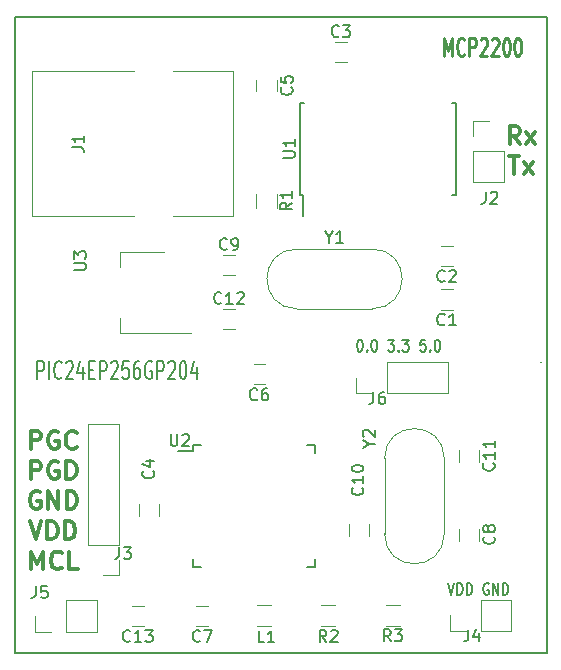
<source format=gto>
G04 #@! TF.FileFunction,Legend,Top*
%FSLAX46Y46*%
G04 Gerber Fmt 4.6, Leading zero omitted, Abs format (unit mm)*
G04 Created by KiCad (PCBNEW 4.0.7-e1-6374~58~ubuntu14.04.1) date Sat Jan 27 06:03:06 2018*
%MOMM*%
%LPD*%
G01*
G04 APERTURE LIST*
%ADD10C,0.100000*%
%ADD11C,0.200000*%
%ADD12C,0.250000*%
%ADD13C,0.300000*%
%ADD14C,0.150000*%
%ADD15C,0.120000*%
G04 APERTURE END LIST*
D10*
D11*
X146299524Y-120772381D02*
X146566191Y-121772381D01*
X146832858Y-120772381D01*
X147099524Y-121772381D02*
X147099524Y-120772381D01*
X147290000Y-120772381D01*
X147404286Y-120820000D01*
X147480477Y-120915238D01*
X147518572Y-121010476D01*
X147556667Y-121200952D01*
X147556667Y-121343810D01*
X147518572Y-121534286D01*
X147480477Y-121629524D01*
X147404286Y-121724762D01*
X147290000Y-121772381D01*
X147099524Y-121772381D01*
X147899524Y-121772381D02*
X147899524Y-120772381D01*
X148090000Y-120772381D01*
X148204286Y-120820000D01*
X148280477Y-120915238D01*
X148318572Y-121010476D01*
X148356667Y-121200952D01*
X148356667Y-121343810D01*
X148318572Y-121534286D01*
X148280477Y-121629524D01*
X148204286Y-121724762D01*
X148090000Y-121772381D01*
X147899524Y-121772381D01*
X149728096Y-120820000D02*
X149651905Y-120772381D01*
X149537620Y-120772381D01*
X149423334Y-120820000D01*
X149347143Y-120915238D01*
X149309048Y-121010476D01*
X149270953Y-121200952D01*
X149270953Y-121343810D01*
X149309048Y-121534286D01*
X149347143Y-121629524D01*
X149423334Y-121724762D01*
X149537620Y-121772381D01*
X149613810Y-121772381D01*
X149728096Y-121724762D01*
X149766191Y-121677143D01*
X149766191Y-121343810D01*
X149613810Y-121343810D01*
X150109048Y-121772381D02*
X150109048Y-120772381D01*
X150566191Y-121772381D01*
X150566191Y-120772381D01*
X150947143Y-121772381D02*
X150947143Y-120772381D01*
X151137619Y-120772381D01*
X151251905Y-120820000D01*
X151328096Y-120915238D01*
X151366191Y-121010476D01*
X151404286Y-121200952D01*
X151404286Y-121343810D01*
X151366191Y-121534286D01*
X151328096Y-121629524D01*
X151251905Y-121724762D01*
X151137619Y-121772381D01*
X150947143Y-121772381D01*
X138800952Y-100182381D02*
X138881904Y-100182381D01*
X138962856Y-100230000D01*
X139003333Y-100277619D01*
X139043809Y-100372857D01*
X139084285Y-100563333D01*
X139084285Y-100801429D01*
X139043809Y-100991905D01*
X139003333Y-101087143D01*
X138962856Y-101134762D01*
X138881904Y-101182381D01*
X138800952Y-101182381D01*
X138719999Y-101134762D01*
X138679523Y-101087143D01*
X138639047Y-100991905D01*
X138598571Y-100801429D01*
X138598571Y-100563333D01*
X138639047Y-100372857D01*
X138679523Y-100277619D01*
X138719999Y-100230000D01*
X138800952Y-100182381D01*
X139448571Y-101087143D02*
X139489047Y-101134762D01*
X139448571Y-101182381D01*
X139408095Y-101134762D01*
X139448571Y-101087143D01*
X139448571Y-101182381D01*
X140015238Y-100182381D02*
X140096190Y-100182381D01*
X140177142Y-100230000D01*
X140217619Y-100277619D01*
X140258095Y-100372857D01*
X140298571Y-100563333D01*
X140298571Y-100801429D01*
X140258095Y-100991905D01*
X140217619Y-101087143D01*
X140177142Y-101134762D01*
X140096190Y-101182381D01*
X140015238Y-101182381D01*
X139934285Y-101134762D01*
X139893809Y-101087143D01*
X139853333Y-100991905D01*
X139812857Y-100801429D01*
X139812857Y-100563333D01*
X139853333Y-100372857D01*
X139893809Y-100277619D01*
X139934285Y-100230000D01*
X140015238Y-100182381D01*
X141229524Y-100182381D02*
X141755714Y-100182381D01*
X141472381Y-100563333D01*
X141593809Y-100563333D01*
X141674762Y-100610952D01*
X141715238Y-100658571D01*
X141755714Y-100753810D01*
X141755714Y-100991905D01*
X141715238Y-101087143D01*
X141674762Y-101134762D01*
X141593809Y-101182381D01*
X141350952Y-101182381D01*
X141270000Y-101134762D01*
X141229524Y-101087143D01*
X142120000Y-101087143D02*
X142160476Y-101134762D01*
X142120000Y-101182381D01*
X142079524Y-101134762D01*
X142120000Y-101087143D01*
X142120000Y-101182381D01*
X142443810Y-100182381D02*
X142970000Y-100182381D01*
X142686667Y-100563333D01*
X142808095Y-100563333D01*
X142889048Y-100610952D01*
X142929524Y-100658571D01*
X142970000Y-100753810D01*
X142970000Y-100991905D01*
X142929524Y-101087143D01*
X142889048Y-101134762D01*
X142808095Y-101182381D01*
X142565238Y-101182381D01*
X142484286Y-101134762D01*
X142443810Y-101087143D01*
X144386667Y-100182381D02*
X143981905Y-100182381D01*
X143941429Y-100658571D01*
X143981905Y-100610952D01*
X144062857Y-100563333D01*
X144265238Y-100563333D01*
X144346191Y-100610952D01*
X144386667Y-100658571D01*
X144427143Y-100753810D01*
X144427143Y-100991905D01*
X144386667Y-101087143D01*
X144346191Y-101134762D01*
X144265238Y-101182381D01*
X144062857Y-101182381D01*
X143981905Y-101134762D01*
X143941429Y-101087143D01*
X144791429Y-101087143D02*
X144831905Y-101134762D01*
X144791429Y-101182381D01*
X144750953Y-101134762D01*
X144791429Y-101087143D01*
X144791429Y-101182381D01*
X145358096Y-100182381D02*
X145439048Y-100182381D01*
X145520000Y-100230000D01*
X145560477Y-100277619D01*
X145600953Y-100372857D01*
X145641429Y-100563333D01*
X145641429Y-100801429D01*
X145600953Y-100991905D01*
X145560477Y-101087143D01*
X145520000Y-101134762D01*
X145439048Y-101182381D01*
X145358096Y-101182381D01*
X145277143Y-101134762D01*
X145236667Y-101087143D01*
X145196191Y-100991905D01*
X145155715Y-100801429D01*
X145155715Y-100563333D01*
X145196191Y-100372857D01*
X145236667Y-100277619D01*
X145277143Y-100230000D01*
X145358096Y-100182381D01*
X154690000Y-101520000D02*
X154690000Y-101500000D01*
D12*
X145961905Y-76118571D02*
X145961905Y-74618571D01*
X146295239Y-75690000D01*
X146628572Y-74618571D01*
X146628572Y-76118571D01*
X147676191Y-75975714D02*
X147628572Y-76047143D01*
X147485715Y-76118571D01*
X147390477Y-76118571D01*
X147247619Y-76047143D01*
X147152381Y-75904286D01*
X147104762Y-75761429D01*
X147057143Y-75475714D01*
X147057143Y-75261429D01*
X147104762Y-74975714D01*
X147152381Y-74832857D01*
X147247619Y-74690000D01*
X147390477Y-74618571D01*
X147485715Y-74618571D01*
X147628572Y-74690000D01*
X147676191Y-74761429D01*
X148104762Y-76118571D02*
X148104762Y-74618571D01*
X148485715Y-74618571D01*
X148580953Y-74690000D01*
X148628572Y-74761429D01*
X148676191Y-74904286D01*
X148676191Y-75118571D01*
X148628572Y-75261429D01*
X148580953Y-75332857D01*
X148485715Y-75404286D01*
X148104762Y-75404286D01*
X149057143Y-74761429D02*
X149104762Y-74690000D01*
X149200000Y-74618571D01*
X149438096Y-74618571D01*
X149533334Y-74690000D01*
X149580953Y-74761429D01*
X149628572Y-74904286D01*
X149628572Y-75047143D01*
X149580953Y-75261429D01*
X149009524Y-76118571D01*
X149628572Y-76118571D01*
X150009524Y-74761429D02*
X150057143Y-74690000D01*
X150152381Y-74618571D01*
X150390477Y-74618571D01*
X150485715Y-74690000D01*
X150533334Y-74761429D01*
X150580953Y-74904286D01*
X150580953Y-75047143D01*
X150533334Y-75261429D01*
X149961905Y-76118571D01*
X150580953Y-76118571D01*
X151200000Y-74618571D02*
X151295239Y-74618571D01*
X151390477Y-74690000D01*
X151438096Y-74761429D01*
X151485715Y-74904286D01*
X151533334Y-75190000D01*
X151533334Y-75547143D01*
X151485715Y-75832857D01*
X151438096Y-75975714D01*
X151390477Y-76047143D01*
X151295239Y-76118571D01*
X151200000Y-76118571D01*
X151104762Y-76047143D01*
X151057143Y-75975714D01*
X151009524Y-75832857D01*
X150961905Y-75547143D01*
X150961905Y-75190000D01*
X151009524Y-74904286D01*
X151057143Y-74761429D01*
X151104762Y-74690000D01*
X151200000Y-74618571D01*
X152152381Y-74618571D02*
X152247620Y-74618571D01*
X152342858Y-74690000D01*
X152390477Y-74761429D01*
X152438096Y-74904286D01*
X152485715Y-75190000D01*
X152485715Y-75547143D01*
X152438096Y-75832857D01*
X152390477Y-75975714D01*
X152342858Y-76047143D01*
X152247620Y-76118571D01*
X152152381Y-76118571D01*
X152057143Y-76047143D01*
X152009524Y-75975714D01*
X151961905Y-75832857D01*
X151914286Y-75547143D01*
X151914286Y-75190000D01*
X151961905Y-74904286D01*
X152009524Y-74761429D01*
X152057143Y-74690000D01*
X152152381Y-74618571D01*
D11*
X111538095Y-103508571D02*
X111538095Y-102008571D01*
X111919048Y-102008571D01*
X112014286Y-102080000D01*
X112061905Y-102151429D01*
X112109524Y-102294286D01*
X112109524Y-102508571D01*
X112061905Y-102651429D01*
X112014286Y-102722857D01*
X111919048Y-102794286D01*
X111538095Y-102794286D01*
X112538095Y-103508571D02*
X112538095Y-102008571D01*
X113585714Y-103365714D02*
X113538095Y-103437143D01*
X113395238Y-103508571D01*
X113300000Y-103508571D01*
X113157142Y-103437143D01*
X113061904Y-103294286D01*
X113014285Y-103151429D01*
X112966666Y-102865714D01*
X112966666Y-102651429D01*
X113014285Y-102365714D01*
X113061904Y-102222857D01*
X113157142Y-102080000D01*
X113300000Y-102008571D01*
X113395238Y-102008571D01*
X113538095Y-102080000D01*
X113585714Y-102151429D01*
X113966666Y-102151429D02*
X114014285Y-102080000D01*
X114109523Y-102008571D01*
X114347619Y-102008571D01*
X114442857Y-102080000D01*
X114490476Y-102151429D01*
X114538095Y-102294286D01*
X114538095Y-102437143D01*
X114490476Y-102651429D01*
X113919047Y-103508571D01*
X114538095Y-103508571D01*
X115395238Y-102508571D02*
X115395238Y-103508571D01*
X115157142Y-101937143D02*
X114919047Y-103008571D01*
X115538095Y-103008571D01*
X115919047Y-102722857D02*
X116252381Y-102722857D01*
X116395238Y-103508571D02*
X115919047Y-103508571D01*
X115919047Y-102008571D01*
X116395238Y-102008571D01*
X116823809Y-103508571D02*
X116823809Y-102008571D01*
X117204762Y-102008571D01*
X117300000Y-102080000D01*
X117347619Y-102151429D01*
X117395238Y-102294286D01*
X117395238Y-102508571D01*
X117347619Y-102651429D01*
X117300000Y-102722857D01*
X117204762Y-102794286D01*
X116823809Y-102794286D01*
X117776190Y-102151429D02*
X117823809Y-102080000D01*
X117919047Y-102008571D01*
X118157143Y-102008571D01*
X118252381Y-102080000D01*
X118300000Y-102151429D01*
X118347619Y-102294286D01*
X118347619Y-102437143D01*
X118300000Y-102651429D01*
X117728571Y-103508571D01*
X118347619Y-103508571D01*
X119252381Y-102008571D02*
X118776190Y-102008571D01*
X118728571Y-102722857D01*
X118776190Y-102651429D01*
X118871428Y-102580000D01*
X119109524Y-102580000D01*
X119204762Y-102651429D01*
X119252381Y-102722857D01*
X119300000Y-102865714D01*
X119300000Y-103222857D01*
X119252381Y-103365714D01*
X119204762Y-103437143D01*
X119109524Y-103508571D01*
X118871428Y-103508571D01*
X118776190Y-103437143D01*
X118728571Y-103365714D01*
X120157143Y-102008571D02*
X119966666Y-102008571D01*
X119871428Y-102080000D01*
X119823809Y-102151429D01*
X119728571Y-102365714D01*
X119680952Y-102651429D01*
X119680952Y-103222857D01*
X119728571Y-103365714D01*
X119776190Y-103437143D01*
X119871428Y-103508571D01*
X120061905Y-103508571D01*
X120157143Y-103437143D01*
X120204762Y-103365714D01*
X120252381Y-103222857D01*
X120252381Y-102865714D01*
X120204762Y-102722857D01*
X120157143Y-102651429D01*
X120061905Y-102580000D01*
X119871428Y-102580000D01*
X119776190Y-102651429D01*
X119728571Y-102722857D01*
X119680952Y-102865714D01*
X121204762Y-102080000D02*
X121109524Y-102008571D01*
X120966667Y-102008571D01*
X120823809Y-102080000D01*
X120728571Y-102222857D01*
X120680952Y-102365714D01*
X120633333Y-102651429D01*
X120633333Y-102865714D01*
X120680952Y-103151429D01*
X120728571Y-103294286D01*
X120823809Y-103437143D01*
X120966667Y-103508571D01*
X121061905Y-103508571D01*
X121204762Y-103437143D01*
X121252381Y-103365714D01*
X121252381Y-102865714D01*
X121061905Y-102865714D01*
X121680952Y-103508571D02*
X121680952Y-102008571D01*
X122061905Y-102008571D01*
X122157143Y-102080000D01*
X122204762Y-102151429D01*
X122252381Y-102294286D01*
X122252381Y-102508571D01*
X122204762Y-102651429D01*
X122157143Y-102722857D01*
X122061905Y-102794286D01*
X121680952Y-102794286D01*
X122633333Y-102151429D02*
X122680952Y-102080000D01*
X122776190Y-102008571D01*
X123014286Y-102008571D01*
X123109524Y-102080000D01*
X123157143Y-102151429D01*
X123204762Y-102294286D01*
X123204762Y-102437143D01*
X123157143Y-102651429D01*
X122585714Y-103508571D01*
X123204762Y-103508571D01*
X123823809Y-102008571D02*
X123919048Y-102008571D01*
X124014286Y-102080000D01*
X124061905Y-102151429D01*
X124109524Y-102294286D01*
X124157143Y-102580000D01*
X124157143Y-102937143D01*
X124109524Y-103222857D01*
X124061905Y-103365714D01*
X124014286Y-103437143D01*
X123919048Y-103508571D01*
X123823809Y-103508571D01*
X123728571Y-103437143D01*
X123680952Y-103365714D01*
X123633333Y-103222857D01*
X123585714Y-102937143D01*
X123585714Y-102580000D01*
X123633333Y-102294286D01*
X123680952Y-102151429D01*
X123728571Y-102080000D01*
X123823809Y-102008571D01*
X125014286Y-102508571D02*
X125014286Y-103508571D01*
X124776190Y-101937143D02*
X124538095Y-103008571D01*
X125157143Y-103008571D01*
D13*
X152377143Y-83613571D02*
X151877143Y-82899286D01*
X151520000Y-83613571D02*
X151520000Y-82113571D01*
X152091428Y-82113571D01*
X152234286Y-82185000D01*
X152305714Y-82256429D01*
X152377143Y-82399286D01*
X152377143Y-82613571D01*
X152305714Y-82756429D01*
X152234286Y-82827857D01*
X152091428Y-82899286D01*
X151520000Y-82899286D01*
X152877143Y-83613571D02*
X153662857Y-82613571D01*
X152877143Y-82613571D02*
X153662857Y-83613571D01*
X151484286Y-84663571D02*
X152341429Y-84663571D01*
X151912858Y-86163571D02*
X151912858Y-84663571D01*
X152698572Y-86163571D02*
X153484286Y-85163571D01*
X152698572Y-85163571D02*
X153484286Y-86163571D01*
X110987143Y-109408571D02*
X110987143Y-107908571D01*
X111558571Y-107908571D01*
X111701429Y-107980000D01*
X111772857Y-108051429D01*
X111844286Y-108194286D01*
X111844286Y-108408571D01*
X111772857Y-108551429D01*
X111701429Y-108622857D01*
X111558571Y-108694286D01*
X110987143Y-108694286D01*
X113272857Y-107980000D02*
X113130000Y-107908571D01*
X112915714Y-107908571D01*
X112701429Y-107980000D01*
X112558571Y-108122857D01*
X112487143Y-108265714D01*
X112415714Y-108551429D01*
X112415714Y-108765714D01*
X112487143Y-109051429D01*
X112558571Y-109194286D01*
X112701429Y-109337143D01*
X112915714Y-109408571D01*
X113058571Y-109408571D01*
X113272857Y-109337143D01*
X113344286Y-109265714D01*
X113344286Y-108765714D01*
X113058571Y-108765714D01*
X114844286Y-109265714D02*
X114772857Y-109337143D01*
X114558571Y-109408571D01*
X114415714Y-109408571D01*
X114201429Y-109337143D01*
X114058571Y-109194286D01*
X113987143Y-109051429D01*
X113915714Y-108765714D01*
X113915714Y-108551429D01*
X113987143Y-108265714D01*
X114058571Y-108122857D01*
X114201429Y-107980000D01*
X114415714Y-107908571D01*
X114558571Y-107908571D01*
X114772857Y-107980000D01*
X114844286Y-108051429D01*
X110987143Y-111958571D02*
X110987143Y-110458571D01*
X111558571Y-110458571D01*
X111701429Y-110530000D01*
X111772857Y-110601429D01*
X111844286Y-110744286D01*
X111844286Y-110958571D01*
X111772857Y-111101429D01*
X111701429Y-111172857D01*
X111558571Y-111244286D01*
X110987143Y-111244286D01*
X113272857Y-110530000D02*
X113130000Y-110458571D01*
X112915714Y-110458571D01*
X112701429Y-110530000D01*
X112558571Y-110672857D01*
X112487143Y-110815714D01*
X112415714Y-111101429D01*
X112415714Y-111315714D01*
X112487143Y-111601429D01*
X112558571Y-111744286D01*
X112701429Y-111887143D01*
X112915714Y-111958571D01*
X113058571Y-111958571D01*
X113272857Y-111887143D01*
X113344286Y-111815714D01*
X113344286Y-111315714D01*
X113058571Y-111315714D01*
X113987143Y-111958571D02*
X113987143Y-110458571D01*
X114344286Y-110458571D01*
X114558571Y-110530000D01*
X114701429Y-110672857D01*
X114772857Y-110815714D01*
X114844286Y-111101429D01*
X114844286Y-111315714D01*
X114772857Y-111601429D01*
X114701429Y-111744286D01*
X114558571Y-111887143D01*
X114344286Y-111958571D01*
X113987143Y-111958571D01*
X111737143Y-113080000D02*
X111594286Y-113008571D01*
X111380000Y-113008571D01*
X111165715Y-113080000D01*
X111022857Y-113222857D01*
X110951429Y-113365714D01*
X110880000Y-113651429D01*
X110880000Y-113865714D01*
X110951429Y-114151429D01*
X111022857Y-114294286D01*
X111165715Y-114437143D01*
X111380000Y-114508571D01*
X111522857Y-114508571D01*
X111737143Y-114437143D01*
X111808572Y-114365714D01*
X111808572Y-113865714D01*
X111522857Y-113865714D01*
X112451429Y-114508571D02*
X112451429Y-113008571D01*
X113308572Y-114508571D01*
X113308572Y-113008571D01*
X114022858Y-114508571D02*
X114022858Y-113008571D01*
X114380001Y-113008571D01*
X114594286Y-113080000D01*
X114737144Y-113222857D01*
X114808572Y-113365714D01*
X114880001Y-113651429D01*
X114880001Y-113865714D01*
X114808572Y-114151429D01*
X114737144Y-114294286D01*
X114594286Y-114437143D01*
X114380001Y-114508571D01*
X114022858Y-114508571D01*
X110880000Y-115558571D02*
X111380000Y-117058571D01*
X111880000Y-115558571D01*
X112380000Y-117058571D02*
X112380000Y-115558571D01*
X112737143Y-115558571D01*
X112951428Y-115630000D01*
X113094286Y-115772857D01*
X113165714Y-115915714D01*
X113237143Y-116201429D01*
X113237143Y-116415714D01*
X113165714Y-116701429D01*
X113094286Y-116844286D01*
X112951428Y-116987143D01*
X112737143Y-117058571D01*
X112380000Y-117058571D01*
X113880000Y-117058571D02*
X113880000Y-115558571D01*
X114237143Y-115558571D01*
X114451428Y-115630000D01*
X114594286Y-115772857D01*
X114665714Y-115915714D01*
X114737143Y-116201429D01*
X114737143Y-116415714D01*
X114665714Y-116701429D01*
X114594286Y-116844286D01*
X114451428Y-116987143D01*
X114237143Y-117058571D01*
X113880000Y-117058571D01*
X111022857Y-119608571D02*
X111022857Y-118108571D01*
X111522857Y-119180000D01*
X112022857Y-118108571D01*
X112022857Y-119608571D01*
X113594286Y-119465714D02*
X113522857Y-119537143D01*
X113308571Y-119608571D01*
X113165714Y-119608571D01*
X112951429Y-119537143D01*
X112808571Y-119394286D01*
X112737143Y-119251429D01*
X112665714Y-118965714D01*
X112665714Y-118751429D01*
X112737143Y-118465714D01*
X112808571Y-118322857D01*
X112951429Y-118180000D01*
X113165714Y-118108571D01*
X113308571Y-118108571D01*
X113522857Y-118180000D01*
X113594286Y-118251429D01*
X114951429Y-119608571D02*
X114237143Y-119608571D01*
X114237143Y-118108571D01*
D11*
X109630000Y-126690000D02*
X109630000Y-126670000D01*
X154690000Y-126690000D02*
X109630000Y-126690000D01*
X154690000Y-126660000D02*
X154690000Y-126690000D01*
X154690000Y-102090000D02*
X154690000Y-126660000D01*
X154180000Y-102090000D02*
X154210000Y-102090000D01*
X109620000Y-102090000D02*
X109620000Y-126680000D01*
X154690000Y-74420000D02*
X154680000Y-74420000D01*
X154690000Y-72890000D02*
X154690000Y-74420000D01*
X109610000Y-72890000D02*
X154690000Y-72890000D01*
X154690000Y-102110000D02*
X154690000Y-74420000D01*
X109600000Y-72900000D02*
X109600000Y-102110000D01*
D14*
X133795000Y-87885000D02*
X134045000Y-87885000D01*
X133795000Y-80135000D02*
X134130000Y-80135000D01*
X146945000Y-80135000D02*
X146610000Y-80135000D01*
X146945000Y-87885000D02*
X146610000Y-87885000D01*
X133795000Y-87885000D02*
X133795000Y-80135000D01*
X146945000Y-87885000D02*
X146945000Y-80135000D01*
X134045000Y-87885000D02*
X134045000Y-89685000D01*
D15*
X145680000Y-97620000D02*
X146680000Y-97620000D01*
X146680000Y-95920000D02*
X145680000Y-95920000D01*
X145680000Y-93940000D02*
X146680000Y-93940000D01*
X146680000Y-92240000D02*
X145680000Y-92240000D01*
X137720000Y-75000000D02*
X136720000Y-75000000D01*
X136720000Y-76700000D02*
X137720000Y-76700000D01*
X120120000Y-114070000D02*
X120120000Y-115070000D01*
X121820000Y-115070000D02*
X121820000Y-114070000D01*
X131780000Y-79150000D02*
X131780000Y-78150000D01*
X130080000Y-78150000D02*
X130080000Y-79150000D01*
X129840000Y-103920000D02*
X130840000Y-103920000D01*
X130840000Y-102220000D02*
X129840000Y-102220000D01*
X124960000Y-124410000D02*
X125960000Y-124410000D01*
X125960000Y-122710000D02*
X124960000Y-122710000D01*
X147190000Y-116240000D02*
X147190000Y-117240000D01*
X148890000Y-117240000D02*
X148890000Y-116240000D01*
X128250000Y-93030000D02*
X127250000Y-93030000D01*
X127250000Y-94730000D02*
X128250000Y-94730000D01*
X139590000Y-116800000D02*
X139590000Y-115800000D01*
X137890000Y-115800000D02*
X137890000Y-116800000D01*
X148890000Y-110490000D02*
X148890000Y-109490000D01*
X147190000Y-109490000D02*
X147190000Y-110490000D01*
X119720000Y-77460000D02*
X111080000Y-77460000D01*
X128100000Y-77460000D02*
X123020000Y-77460000D01*
X119720000Y-89660000D02*
X111080000Y-89660000D01*
X128100000Y-89660000D02*
X123020000Y-89660000D01*
X111080000Y-89660000D02*
X111080000Y-77460000D01*
X128100000Y-77460000D02*
X128100000Y-89660000D01*
X148400000Y-86820000D02*
X151060000Y-86820000D01*
X148400000Y-84220000D02*
X148400000Y-86820000D01*
X151060000Y-84220000D02*
X151060000Y-86820000D01*
X148400000Y-84220000D02*
X151060000Y-84220000D01*
X148400000Y-82950000D02*
X148400000Y-81620000D01*
X148400000Y-81620000D02*
X149730000Y-81620000D01*
X118450000Y-107310000D02*
X115790000Y-107310000D01*
X118450000Y-117530000D02*
X118450000Y-107310000D01*
X115790000Y-117530000D02*
X115790000Y-107310000D01*
X118450000Y-117530000D02*
X115790000Y-117530000D01*
X118450000Y-118800000D02*
X118450000Y-120130000D01*
X118450000Y-120130000D02*
X117120000Y-120130000D01*
X151660000Y-124850000D02*
X151660000Y-122190000D01*
X149060000Y-124850000D02*
X151660000Y-124850000D01*
X149060000Y-122190000D02*
X151660000Y-122190000D01*
X149060000Y-124850000D02*
X149060000Y-122190000D01*
X147790000Y-124850000D02*
X146460000Y-124850000D01*
X146460000Y-124850000D02*
X146460000Y-123520000D01*
X131300000Y-124430000D02*
X130100000Y-124430000D01*
X130100000Y-122670000D02*
X131300000Y-122670000D01*
X130040000Y-89010000D02*
X130040000Y-87810000D01*
X131800000Y-87810000D02*
X131800000Y-89010000D01*
X135550000Y-122670000D02*
X136750000Y-122670000D01*
X136750000Y-124430000D02*
X135550000Y-124430000D01*
D14*
X124705000Y-109065000D02*
X124705000Y-109640000D01*
X135055000Y-109065000D02*
X135055000Y-109740000D01*
X135055000Y-119415000D02*
X135055000Y-118740000D01*
X124705000Y-119415000D02*
X124705000Y-118740000D01*
X124705000Y-109065000D02*
X125380000Y-109065000D01*
X124705000Y-119415000D02*
X125380000Y-119415000D01*
X135055000Y-119415000D02*
X134380000Y-119415000D01*
X135055000Y-109065000D02*
X134380000Y-109065000D01*
X124705000Y-109640000D02*
X123430000Y-109640000D01*
D15*
X133490000Y-92495000D02*
X139890000Y-92495000D01*
X133490000Y-97545000D02*
X139890000Y-97545000D01*
X133490000Y-97545000D02*
G75*
G02X133490000Y-92495000I0J2525000D01*
G01*
X139890000Y-97545000D02*
G75*
G03X139890000Y-92495000I0J2525000D01*
G01*
X140925000Y-116620000D02*
X140925000Y-110220000D01*
X145975000Y-116620000D02*
X145975000Y-110220000D01*
X145975000Y-116620000D02*
G75*
G02X140925000Y-116620000I-2525000J0D01*
G01*
X145975000Y-110220000D02*
G75*
G03X140925000Y-110220000I-2525000J0D01*
G01*
X128250000Y-97600000D02*
X127250000Y-97600000D01*
X127250000Y-99300000D02*
X128250000Y-99300000D01*
X118510000Y-92760000D02*
X118510000Y-94020000D01*
X118510000Y-99580000D02*
X118510000Y-98320000D01*
X122270000Y-92760000D02*
X118510000Y-92760000D01*
X124520000Y-99580000D02*
X118510000Y-99580000D01*
X120550000Y-122720000D02*
X119550000Y-122720000D01*
X119550000Y-124420000D02*
X120550000Y-124420000D01*
X116570000Y-124900000D02*
X116570000Y-122240000D01*
X113970000Y-124900000D02*
X116570000Y-124900000D01*
X113970000Y-122240000D02*
X116570000Y-122240000D01*
X113970000Y-124900000D02*
X113970000Y-122240000D01*
X112700000Y-124900000D02*
X111370000Y-124900000D01*
X111370000Y-124900000D02*
X111370000Y-123570000D01*
X141010000Y-122670000D02*
X142210000Y-122670000D01*
X142210000Y-124430000D02*
X141010000Y-124430000D01*
X146280000Y-104710000D02*
X146280000Y-102050000D01*
X141140000Y-104710000D02*
X146280000Y-104710000D01*
X141140000Y-102050000D02*
X146280000Y-102050000D01*
X141140000Y-104710000D02*
X141140000Y-102050000D01*
X139870000Y-104710000D02*
X138540000Y-104710000D01*
X138540000Y-104710000D02*
X138540000Y-103380000D01*
D14*
X132322381Y-84771905D02*
X133131905Y-84771905D01*
X133227143Y-84724286D01*
X133274762Y-84676667D01*
X133322381Y-84581429D01*
X133322381Y-84390952D01*
X133274762Y-84295714D01*
X133227143Y-84248095D01*
X133131905Y-84200476D01*
X132322381Y-84200476D01*
X133322381Y-83200476D02*
X133322381Y-83771905D01*
X133322381Y-83486191D02*
X132322381Y-83486191D01*
X132465238Y-83581429D01*
X132560476Y-83676667D01*
X132608095Y-83771905D01*
X146013334Y-98877143D02*
X145965715Y-98924762D01*
X145822858Y-98972381D01*
X145727620Y-98972381D01*
X145584762Y-98924762D01*
X145489524Y-98829524D01*
X145441905Y-98734286D01*
X145394286Y-98543810D01*
X145394286Y-98400952D01*
X145441905Y-98210476D01*
X145489524Y-98115238D01*
X145584762Y-98020000D01*
X145727620Y-97972381D01*
X145822858Y-97972381D01*
X145965715Y-98020000D01*
X146013334Y-98067619D01*
X146965715Y-98972381D02*
X146394286Y-98972381D01*
X146680000Y-98972381D02*
X146680000Y-97972381D01*
X146584762Y-98115238D01*
X146489524Y-98210476D01*
X146394286Y-98258095D01*
X146013334Y-95197143D02*
X145965715Y-95244762D01*
X145822858Y-95292381D01*
X145727620Y-95292381D01*
X145584762Y-95244762D01*
X145489524Y-95149524D01*
X145441905Y-95054286D01*
X145394286Y-94863810D01*
X145394286Y-94720952D01*
X145441905Y-94530476D01*
X145489524Y-94435238D01*
X145584762Y-94340000D01*
X145727620Y-94292381D01*
X145822858Y-94292381D01*
X145965715Y-94340000D01*
X146013334Y-94387619D01*
X146394286Y-94387619D02*
X146441905Y-94340000D01*
X146537143Y-94292381D01*
X146775239Y-94292381D01*
X146870477Y-94340000D01*
X146918096Y-94387619D01*
X146965715Y-94482857D01*
X146965715Y-94578095D01*
X146918096Y-94720952D01*
X146346667Y-95292381D01*
X146965715Y-95292381D01*
X137053334Y-74457143D02*
X137005715Y-74504762D01*
X136862858Y-74552381D01*
X136767620Y-74552381D01*
X136624762Y-74504762D01*
X136529524Y-74409524D01*
X136481905Y-74314286D01*
X136434286Y-74123810D01*
X136434286Y-73980952D01*
X136481905Y-73790476D01*
X136529524Y-73695238D01*
X136624762Y-73600000D01*
X136767620Y-73552381D01*
X136862858Y-73552381D01*
X137005715Y-73600000D01*
X137053334Y-73647619D01*
X137386667Y-73552381D02*
X138005715Y-73552381D01*
X137672381Y-73933333D01*
X137815239Y-73933333D01*
X137910477Y-73980952D01*
X137958096Y-74028571D01*
X138005715Y-74123810D01*
X138005715Y-74361905D01*
X137958096Y-74457143D01*
X137910477Y-74504762D01*
X137815239Y-74552381D01*
X137529524Y-74552381D01*
X137434286Y-74504762D01*
X137386667Y-74457143D01*
X121327143Y-111306666D02*
X121374762Y-111354285D01*
X121422381Y-111497142D01*
X121422381Y-111592380D01*
X121374762Y-111735238D01*
X121279524Y-111830476D01*
X121184286Y-111878095D01*
X120993810Y-111925714D01*
X120850952Y-111925714D01*
X120660476Y-111878095D01*
X120565238Y-111830476D01*
X120470000Y-111735238D01*
X120422381Y-111592380D01*
X120422381Y-111497142D01*
X120470000Y-111354285D01*
X120517619Y-111306666D01*
X120755714Y-110449523D02*
X121422381Y-110449523D01*
X120374762Y-110687619D02*
X121089048Y-110925714D01*
X121089048Y-110306666D01*
X133037143Y-78816666D02*
X133084762Y-78864285D01*
X133132381Y-79007142D01*
X133132381Y-79102380D01*
X133084762Y-79245238D01*
X132989524Y-79340476D01*
X132894286Y-79388095D01*
X132703810Y-79435714D01*
X132560952Y-79435714D01*
X132370476Y-79388095D01*
X132275238Y-79340476D01*
X132180000Y-79245238D01*
X132132381Y-79102380D01*
X132132381Y-79007142D01*
X132180000Y-78864285D01*
X132227619Y-78816666D01*
X132132381Y-77911904D02*
X132132381Y-78388095D01*
X132608571Y-78435714D01*
X132560952Y-78388095D01*
X132513333Y-78292857D01*
X132513333Y-78054761D01*
X132560952Y-77959523D01*
X132608571Y-77911904D01*
X132703810Y-77864285D01*
X132941905Y-77864285D01*
X133037143Y-77911904D01*
X133084762Y-77959523D01*
X133132381Y-78054761D01*
X133132381Y-78292857D01*
X133084762Y-78388095D01*
X133037143Y-78435714D01*
X130143334Y-105207143D02*
X130095715Y-105254762D01*
X129952858Y-105302381D01*
X129857620Y-105302381D01*
X129714762Y-105254762D01*
X129619524Y-105159524D01*
X129571905Y-105064286D01*
X129524286Y-104873810D01*
X129524286Y-104730952D01*
X129571905Y-104540476D01*
X129619524Y-104445238D01*
X129714762Y-104350000D01*
X129857620Y-104302381D01*
X129952858Y-104302381D01*
X130095715Y-104350000D01*
X130143334Y-104397619D01*
X131000477Y-104302381D02*
X130810000Y-104302381D01*
X130714762Y-104350000D01*
X130667143Y-104397619D01*
X130571905Y-104540476D01*
X130524286Y-104730952D01*
X130524286Y-105111905D01*
X130571905Y-105207143D01*
X130619524Y-105254762D01*
X130714762Y-105302381D01*
X130905239Y-105302381D01*
X131000477Y-105254762D01*
X131048096Y-105207143D01*
X131095715Y-105111905D01*
X131095715Y-104873810D01*
X131048096Y-104778571D01*
X131000477Y-104730952D01*
X130905239Y-104683333D01*
X130714762Y-104683333D01*
X130619524Y-104730952D01*
X130571905Y-104778571D01*
X130524286Y-104873810D01*
X125293334Y-125667143D02*
X125245715Y-125714762D01*
X125102858Y-125762381D01*
X125007620Y-125762381D01*
X124864762Y-125714762D01*
X124769524Y-125619524D01*
X124721905Y-125524286D01*
X124674286Y-125333810D01*
X124674286Y-125190952D01*
X124721905Y-125000476D01*
X124769524Y-124905238D01*
X124864762Y-124810000D01*
X125007620Y-124762381D01*
X125102858Y-124762381D01*
X125245715Y-124810000D01*
X125293334Y-124857619D01*
X125626667Y-124762381D02*
X126293334Y-124762381D01*
X125864762Y-125762381D01*
X150167143Y-116846666D02*
X150214762Y-116894285D01*
X150262381Y-117037142D01*
X150262381Y-117132380D01*
X150214762Y-117275238D01*
X150119524Y-117370476D01*
X150024286Y-117418095D01*
X149833810Y-117465714D01*
X149690952Y-117465714D01*
X149500476Y-117418095D01*
X149405238Y-117370476D01*
X149310000Y-117275238D01*
X149262381Y-117132380D01*
X149262381Y-117037142D01*
X149310000Y-116894285D01*
X149357619Y-116846666D01*
X149690952Y-116275238D02*
X149643333Y-116370476D01*
X149595714Y-116418095D01*
X149500476Y-116465714D01*
X149452857Y-116465714D01*
X149357619Y-116418095D01*
X149310000Y-116370476D01*
X149262381Y-116275238D01*
X149262381Y-116084761D01*
X149310000Y-115989523D01*
X149357619Y-115941904D01*
X149452857Y-115894285D01*
X149500476Y-115894285D01*
X149595714Y-115941904D01*
X149643333Y-115989523D01*
X149690952Y-116084761D01*
X149690952Y-116275238D01*
X149738571Y-116370476D01*
X149786190Y-116418095D01*
X149881429Y-116465714D01*
X150071905Y-116465714D01*
X150167143Y-116418095D01*
X150214762Y-116370476D01*
X150262381Y-116275238D01*
X150262381Y-116084761D01*
X150214762Y-115989523D01*
X150167143Y-115941904D01*
X150071905Y-115894285D01*
X149881429Y-115894285D01*
X149786190Y-115941904D01*
X149738571Y-115989523D01*
X149690952Y-116084761D01*
X127583334Y-92487143D02*
X127535715Y-92534762D01*
X127392858Y-92582381D01*
X127297620Y-92582381D01*
X127154762Y-92534762D01*
X127059524Y-92439524D01*
X127011905Y-92344286D01*
X126964286Y-92153810D01*
X126964286Y-92010952D01*
X127011905Y-91820476D01*
X127059524Y-91725238D01*
X127154762Y-91630000D01*
X127297620Y-91582381D01*
X127392858Y-91582381D01*
X127535715Y-91630000D01*
X127583334Y-91677619D01*
X128059524Y-92582381D02*
X128250000Y-92582381D01*
X128345239Y-92534762D01*
X128392858Y-92487143D01*
X128488096Y-92344286D01*
X128535715Y-92153810D01*
X128535715Y-91772857D01*
X128488096Y-91677619D01*
X128440477Y-91630000D01*
X128345239Y-91582381D01*
X128154762Y-91582381D01*
X128059524Y-91630000D01*
X128011905Y-91677619D01*
X127964286Y-91772857D01*
X127964286Y-92010952D01*
X128011905Y-92106190D01*
X128059524Y-92153810D01*
X128154762Y-92201429D01*
X128345239Y-92201429D01*
X128440477Y-92153810D01*
X128488096Y-92106190D01*
X128535715Y-92010952D01*
X139037143Y-112692857D02*
X139084762Y-112740476D01*
X139132381Y-112883333D01*
X139132381Y-112978571D01*
X139084762Y-113121429D01*
X138989524Y-113216667D01*
X138894286Y-113264286D01*
X138703810Y-113311905D01*
X138560952Y-113311905D01*
X138370476Y-113264286D01*
X138275238Y-113216667D01*
X138180000Y-113121429D01*
X138132381Y-112978571D01*
X138132381Y-112883333D01*
X138180000Y-112740476D01*
X138227619Y-112692857D01*
X139132381Y-111740476D02*
X139132381Y-112311905D01*
X139132381Y-112026191D02*
X138132381Y-112026191D01*
X138275238Y-112121429D01*
X138370476Y-112216667D01*
X138418095Y-112311905D01*
X138132381Y-111121429D02*
X138132381Y-111026190D01*
X138180000Y-110930952D01*
X138227619Y-110883333D01*
X138322857Y-110835714D01*
X138513333Y-110788095D01*
X138751429Y-110788095D01*
X138941905Y-110835714D01*
X139037143Y-110883333D01*
X139084762Y-110930952D01*
X139132381Y-111026190D01*
X139132381Y-111121429D01*
X139084762Y-111216667D01*
X139037143Y-111264286D01*
X138941905Y-111311905D01*
X138751429Y-111359524D01*
X138513333Y-111359524D01*
X138322857Y-111311905D01*
X138227619Y-111264286D01*
X138180000Y-111216667D01*
X138132381Y-111121429D01*
X150147143Y-110632857D02*
X150194762Y-110680476D01*
X150242381Y-110823333D01*
X150242381Y-110918571D01*
X150194762Y-111061429D01*
X150099524Y-111156667D01*
X150004286Y-111204286D01*
X149813810Y-111251905D01*
X149670952Y-111251905D01*
X149480476Y-111204286D01*
X149385238Y-111156667D01*
X149290000Y-111061429D01*
X149242381Y-110918571D01*
X149242381Y-110823333D01*
X149290000Y-110680476D01*
X149337619Y-110632857D01*
X150242381Y-109680476D02*
X150242381Y-110251905D01*
X150242381Y-109966191D02*
X149242381Y-109966191D01*
X149385238Y-110061429D01*
X149480476Y-110156667D01*
X149528095Y-110251905D01*
X150242381Y-108728095D02*
X150242381Y-109299524D01*
X150242381Y-109013810D02*
X149242381Y-109013810D01*
X149385238Y-109109048D01*
X149480476Y-109204286D01*
X149528095Y-109299524D01*
X114472381Y-83893333D02*
X115186667Y-83893333D01*
X115329524Y-83940953D01*
X115424762Y-84036191D01*
X115472381Y-84179048D01*
X115472381Y-84274286D01*
X115472381Y-82893333D02*
X115472381Y-83464762D01*
X115472381Y-83179048D02*
X114472381Y-83179048D01*
X114615238Y-83274286D01*
X114710476Y-83369524D01*
X114758095Y-83464762D01*
X149476667Y-87652381D02*
X149476667Y-88366667D01*
X149429047Y-88509524D01*
X149333809Y-88604762D01*
X149190952Y-88652381D01*
X149095714Y-88652381D01*
X149905238Y-87747619D02*
X149952857Y-87700000D01*
X150048095Y-87652381D01*
X150286191Y-87652381D01*
X150381429Y-87700000D01*
X150429048Y-87747619D01*
X150476667Y-87842857D01*
X150476667Y-87938095D01*
X150429048Y-88080952D01*
X149857619Y-88652381D01*
X150476667Y-88652381D01*
X118446667Y-117732381D02*
X118446667Y-118446667D01*
X118399047Y-118589524D01*
X118303809Y-118684762D01*
X118160952Y-118732381D01*
X118065714Y-118732381D01*
X118827619Y-117732381D02*
X119446667Y-117732381D01*
X119113333Y-118113333D01*
X119256191Y-118113333D01*
X119351429Y-118160952D01*
X119399048Y-118208571D01*
X119446667Y-118303810D01*
X119446667Y-118541905D01*
X119399048Y-118637143D01*
X119351429Y-118684762D01*
X119256191Y-118732381D01*
X118970476Y-118732381D01*
X118875238Y-118684762D01*
X118827619Y-118637143D01*
X147996667Y-124712381D02*
X147996667Y-125426667D01*
X147949047Y-125569524D01*
X147853809Y-125664762D01*
X147710952Y-125712381D01*
X147615714Y-125712381D01*
X148901429Y-125045714D02*
X148901429Y-125712381D01*
X148663333Y-124664762D02*
X148425238Y-125379048D01*
X149044286Y-125379048D01*
X130743334Y-125802381D02*
X130267143Y-125802381D01*
X130267143Y-124802381D01*
X131600477Y-125802381D02*
X131029048Y-125802381D01*
X131314762Y-125802381D02*
X131314762Y-124802381D01*
X131219524Y-124945238D01*
X131124286Y-125040476D01*
X131029048Y-125088095D01*
X133072381Y-88576666D02*
X132596190Y-88910000D01*
X133072381Y-89148095D02*
X132072381Y-89148095D01*
X132072381Y-88767142D01*
X132120000Y-88671904D01*
X132167619Y-88624285D01*
X132262857Y-88576666D01*
X132405714Y-88576666D01*
X132500952Y-88624285D01*
X132548571Y-88671904D01*
X132596190Y-88767142D01*
X132596190Y-89148095D01*
X133072381Y-87624285D02*
X133072381Y-88195714D01*
X133072381Y-87910000D02*
X132072381Y-87910000D01*
X132215238Y-88005238D01*
X132310476Y-88100476D01*
X132358095Y-88195714D01*
X136003334Y-125762381D02*
X135670000Y-125286190D01*
X135431905Y-125762381D02*
X135431905Y-124762381D01*
X135812858Y-124762381D01*
X135908096Y-124810000D01*
X135955715Y-124857619D01*
X136003334Y-124952857D01*
X136003334Y-125095714D01*
X135955715Y-125190952D01*
X135908096Y-125238571D01*
X135812858Y-125286190D01*
X135431905Y-125286190D01*
X136384286Y-124857619D02*
X136431905Y-124810000D01*
X136527143Y-124762381D01*
X136765239Y-124762381D01*
X136860477Y-124810000D01*
X136908096Y-124857619D01*
X136955715Y-124952857D01*
X136955715Y-125048095D01*
X136908096Y-125190952D01*
X136336667Y-125762381D01*
X136955715Y-125762381D01*
X122818095Y-108162381D02*
X122818095Y-108971905D01*
X122865714Y-109067143D01*
X122913333Y-109114762D01*
X123008571Y-109162381D01*
X123199048Y-109162381D01*
X123294286Y-109114762D01*
X123341905Y-109067143D01*
X123389524Y-108971905D01*
X123389524Y-108162381D01*
X123818095Y-108257619D02*
X123865714Y-108210000D01*
X123960952Y-108162381D01*
X124199048Y-108162381D01*
X124294286Y-108210000D01*
X124341905Y-108257619D01*
X124389524Y-108352857D01*
X124389524Y-108448095D01*
X124341905Y-108590952D01*
X123770476Y-109162381D01*
X124389524Y-109162381D01*
X136213809Y-91471190D02*
X136213809Y-91947381D01*
X135880476Y-90947381D02*
X136213809Y-91471190D01*
X136547143Y-90947381D01*
X137404286Y-91947381D02*
X136832857Y-91947381D01*
X137118571Y-91947381D02*
X137118571Y-90947381D01*
X137023333Y-91090238D01*
X136928095Y-91185476D01*
X136832857Y-91233095D01*
X139616190Y-108996191D02*
X140092381Y-108996191D01*
X139092381Y-109329524D02*
X139616190Y-108996191D01*
X139092381Y-108662857D01*
X139187619Y-108377143D02*
X139140000Y-108329524D01*
X139092381Y-108234286D01*
X139092381Y-107996190D01*
X139140000Y-107900952D01*
X139187619Y-107853333D01*
X139282857Y-107805714D01*
X139378095Y-107805714D01*
X139520952Y-107853333D01*
X140092381Y-108424762D01*
X140092381Y-107805714D01*
X127107143Y-97057143D02*
X127059524Y-97104762D01*
X126916667Y-97152381D01*
X126821429Y-97152381D01*
X126678571Y-97104762D01*
X126583333Y-97009524D01*
X126535714Y-96914286D01*
X126488095Y-96723810D01*
X126488095Y-96580952D01*
X126535714Y-96390476D01*
X126583333Y-96295238D01*
X126678571Y-96200000D01*
X126821429Y-96152381D01*
X126916667Y-96152381D01*
X127059524Y-96200000D01*
X127107143Y-96247619D01*
X128059524Y-97152381D02*
X127488095Y-97152381D01*
X127773809Y-97152381D02*
X127773809Y-96152381D01*
X127678571Y-96295238D01*
X127583333Y-96390476D01*
X127488095Y-96438095D01*
X128440476Y-96247619D02*
X128488095Y-96200000D01*
X128583333Y-96152381D01*
X128821429Y-96152381D01*
X128916667Y-96200000D01*
X128964286Y-96247619D01*
X129011905Y-96342857D01*
X129011905Y-96438095D01*
X128964286Y-96580952D01*
X128392857Y-97152381D01*
X129011905Y-97152381D01*
X114632381Y-94261905D02*
X115441905Y-94261905D01*
X115537143Y-94214286D01*
X115584762Y-94166667D01*
X115632381Y-94071429D01*
X115632381Y-93880952D01*
X115584762Y-93785714D01*
X115537143Y-93738095D01*
X115441905Y-93690476D01*
X114632381Y-93690476D01*
X114632381Y-93309524D02*
X114632381Y-92690476D01*
X115013333Y-93023810D01*
X115013333Y-92880952D01*
X115060952Y-92785714D01*
X115108571Y-92738095D01*
X115203810Y-92690476D01*
X115441905Y-92690476D01*
X115537143Y-92738095D01*
X115584762Y-92785714D01*
X115632381Y-92880952D01*
X115632381Y-93166667D01*
X115584762Y-93261905D01*
X115537143Y-93309524D01*
X119387143Y-125667143D02*
X119339524Y-125714762D01*
X119196667Y-125762381D01*
X119101429Y-125762381D01*
X118958571Y-125714762D01*
X118863333Y-125619524D01*
X118815714Y-125524286D01*
X118768095Y-125333810D01*
X118768095Y-125190952D01*
X118815714Y-125000476D01*
X118863333Y-124905238D01*
X118958571Y-124810000D01*
X119101429Y-124762381D01*
X119196667Y-124762381D01*
X119339524Y-124810000D01*
X119387143Y-124857619D01*
X120339524Y-125762381D02*
X119768095Y-125762381D01*
X120053809Y-125762381D02*
X120053809Y-124762381D01*
X119958571Y-124905238D01*
X119863333Y-125000476D01*
X119768095Y-125048095D01*
X120672857Y-124762381D02*
X121291905Y-124762381D01*
X120958571Y-125143333D01*
X121101429Y-125143333D01*
X121196667Y-125190952D01*
X121244286Y-125238571D01*
X121291905Y-125333810D01*
X121291905Y-125571905D01*
X121244286Y-125667143D01*
X121196667Y-125714762D01*
X121101429Y-125762381D01*
X120815714Y-125762381D01*
X120720476Y-125714762D01*
X120672857Y-125667143D01*
X111396667Y-121042381D02*
X111396667Y-121756667D01*
X111349047Y-121899524D01*
X111253809Y-121994762D01*
X111110952Y-122042381D01*
X111015714Y-122042381D01*
X112349048Y-121042381D02*
X111872857Y-121042381D01*
X111825238Y-121518571D01*
X111872857Y-121470952D01*
X111968095Y-121423333D01*
X112206191Y-121423333D01*
X112301429Y-121470952D01*
X112349048Y-121518571D01*
X112396667Y-121613810D01*
X112396667Y-121851905D01*
X112349048Y-121947143D01*
X112301429Y-121994762D01*
X112206191Y-122042381D01*
X111968095Y-122042381D01*
X111872857Y-121994762D01*
X111825238Y-121947143D01*
X141443334Y-125702381D02*
X141110000Y-125226190D01*
X140871905Y-125702381D02*
X140871905Y-124702381D01*
X141252858Y-124702381D01*
X141348096Y-124750000D01*
X141395715Y-124797619D01*
X141443334Y-124892857D01*
X141443334Y-125035714D01*
X141395715Y-125130952D01*
X141348096Y-125178571D01*
X141252858Y-125226190D01*
X140871905Y-125226190D01*
X141776667Y-124702381D02*
X142395715Y-124702381D01*
X142062381Y-125083333D01*
X142205239Y-125083333D01*
X142300477Y-125130952D01*
X142348096Y-125178571D01*
X142395715Y-125273810D01*
X142395715Y-125511905D01*
X142348096Y-125607143D01*
X142300477Y-125654762D01*
X142205239Y-125702381D01*
X141919524Y-125702381D01*
X141824286Y-125654762D01*
X141776667Y-125607143D01*
X139986667Y-104612381D02*
X139986667Y-105326667D01*
X139939047Y-105469524D01*
X139843809Y-105564762D01*
X139700952Y-105612381D01*
X139605714Y-105612381D01*
X140891429Y-104612381D02*
X140700952Y-104612381D01*
X140605714Y-104660000D01*
X140558095Y-104707619D01*
X140462857Y-104850476D01*
X140415238Y-105040952D01*
X140415238Y-105421905D01*
X140462857Y-105517143D01*
X140510476Y-105564762D01*
X140605714Y-105612381D01*
X140796191Y-105612381D01*
X140891429Y-105564762D01*
X140939048Y-105517143D01*
X140986667Y-105421905D01*
X140986667Y-105183810D01*
X140939048Y-105088571D01*
X140891429Y-105040952D01*
X140796191Y-104993333D01*
X140605714Y-104993333D01*
X140510476Y-105040952D01*
X140462857Y-105088571D01*
X140415238Y-105183810D01*
M02*

</source>
